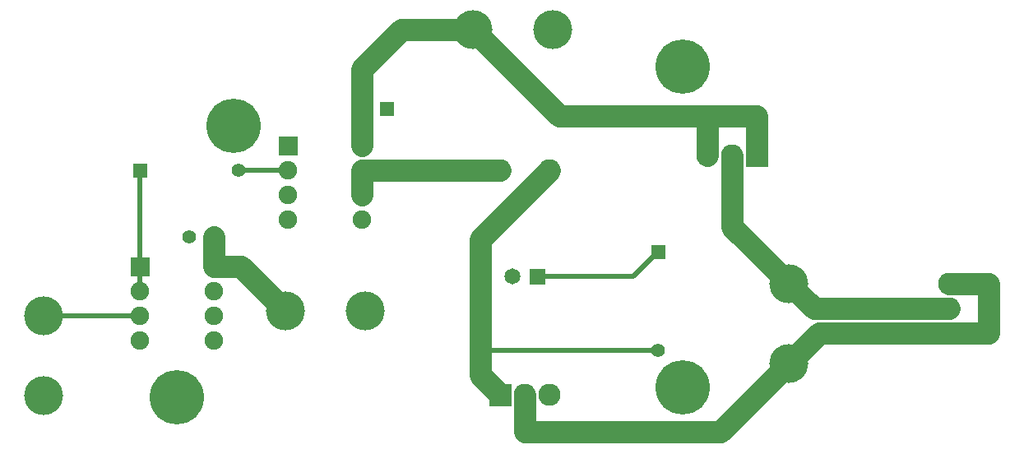
<source format=gbr>
G04 start of page 2 for group 0 idx 0 *
G04 Title: (unknown), trace *
G04 Creator: pcb 20110918 *
G04 CreationDate: Sun 23 Feb 2014 09:32:49 PM GMT UTC *
G04 For: tyrian *
G04 Format: Gerber/RS-274X *
G04 PCB-Dimensions: 800000 800000 *
G04 PCB-Coordinate-Origin: lower left *
%MOIN*%
%FSLAX25Y25*%
%LNTOP*%
%ADD25C,0.0500*%
%ADD24C,0.0430*%
%ADD23C,0.0380*%
%ADD22C,0.0300*%
%ADD21C,0.0787*%
%ADD20C,0.1200*%
%ADD19C,0.0400*%
%ADD18C,0.0650*%
%ADD17C,0.0750*%
%ADD16C,0.0550*%
%ADD15C,0.1575*%
%ADD14C,0.2200*%
%ADD13C,0.0001*%
%ADD12C,0.0200*%
%ADD11C,0.0900*%
G54D11*X343000Y588000D02*Y598000D01*
Y608000D02*Y639000D01*
X359000Y655000D01*
X387858D01*
X422858Y620000D01*
X343000Y598000D02*X399000D01*
X503000Y604000D02*Y620000D01*
X483000D02*Y604000D01*
X503000Y620000D02*X422858D01*
X423000D01*
X311858Y541000D02*Y541142D01*
X294000Y559000D01*
X283000D01*
G54D12*X253000D02*Y549000D01*
Y598000D02*Y559000D01*
Y539142D02*Y539000D01*
Y539142D02*X214000D01*
G54D11*X283000Y559000D02*Y571000D01*
G54D12*X293000Y598000D02*X313000D01*
G54D11*X419000D02*X391000Y570000D01*
Y515000D01*
G54D12*X463000Y565000D02*X453000Y555000D01*
X414000D01*
G54D11*X581000Y552000D02*X597000D01*
Y532000D01*
X528339D01*
X581000Y542000D02*X526142D01*
X493000Y575142D01*
X488339Y492000D02*X528339Y532000D01*
X493000Y575142D02*Y604000D01*
X391000Y515000D02*X399000Y507000D01*
G54D12*X463000Y525000D02*X391000D01*
G54D11*X409000Y507000D02*Y492000D01*
X488339D01*
G54D13*G36*
X498500Y608500D02*Y599500D01*
X507500D01*
Y608500D01*
X498500D01*
G37*
G54D11*X493000Y604000D03*
X483000D03*
G54D14*X473000Y640000D03*
G54D13*G36*
X576500Y536500D02*Y527500D01*
X585500D01*
Y536500D01*
X576500D01*
G37*
G54D11*X581000Y542000D03*
Y552000D03*
G54D15*X516000Y552142D03*
Y519661D03*
G54D13*G36*
X460250Y567750D02*Y562250D01*
X465750D01*
Y567750D01*
X460250D01*
G37*
G54D16*X463000Y525000D03*
G54D14*X473000Y510000D03*
G54D13*G36*
X280250Y573750D02*Y568250D01*
X285750D01*
Y573750D01*
X280250D01*
G37*
G54D17*X283000Y549000D03*
Y559000D03*
G54D16*X293000Y598000D03*
G54D14*X291000Y616000D03*
G54D16*X273000Y571000D03*
G54D15*X311858Y541000D03*
X344339D03*
G54D17*X283000Y529000D03*
Y539000D03*
G54D13*G36*
X249250Y562750D02*Y555250D01*
X256750D01*
Y562750D01*
X249250D01*
G37*
G36*
X250250Y600750D02*Y595250D01*
X255750D01*
Y600750D01*
X250250D01*
G37*
G54D17*X253000Y549000D03*
G54D15*X214000Y539142D03*
Y506661D03*
G54D17*X253000Y539000D03*
Y529000D03*
G54D14*X268000Y506000D03*
G54D13*G36*
X350250Y625750D02*Y620250D01*
X355750D01*
Y625750D01*
X350250D01*
G37*
G54D15*X387858Y655000D03*
X420339D03*
G54D16*X343000Y623000D03*
G54D17*Y578000D03*
Y588000D03*
Y598000D03*
Y608000D03*
G54D13*G36*
X410750Y558250D02*Y551750D01*
X417250D01*
Y558250D01*
X410750D01*
G37*
G54D18*X404000Y555000D03*
G54D13*G36*
X394500Y511500D02*Y502500D01*
X403500D01*
Y511500D01*
X394500D01*
G37*
G54D11*X409000Y507000D03*
X419000D03*
Y598000D03*
X399000D03*
G54D13*G36*
X309250Y611750D02*Y604250D01*
X316750D01*
Y611750D01*
X309250D01*
G37*
G54D17*X313000Y598000D03*
Y588000D03*
Y578000D03*
G54D19*G54D20*G54D19*G54D21*G54D22*G54D20*G54D22*G54D23*G54D22*G54D20*G54D22*G54D21*G54D23*G54D22*G54D23*G54D21*G54D23*G54D20*G54D22*G54D21*G54D22*G54D23*G54D24*G54D25*G54D19*G54D23*M02*

</source>
